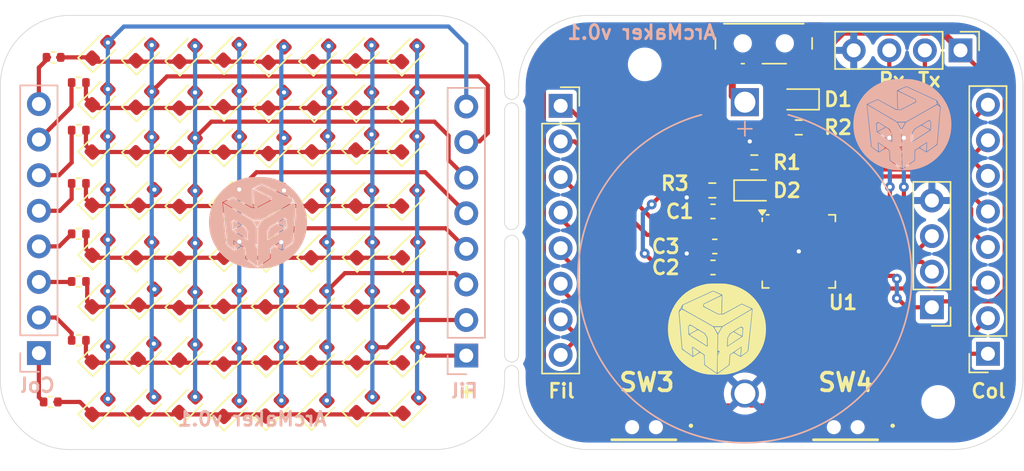
<source format=kicad_pcb>
(kicad_pcb (version 20241229) (generator "pcbnew") (generator_version "9.0")
  (layers (0 "F.Cu" signal) (2 "B.Cu" power) (13 "F.Paste" user) (15 "B.Paste" user) (5 "F.SilkS" user "F.Silkscreen") (7 "B.SilkS" user "B.Silkscreen") (1 "F.Mask" user) (3 "B.Mask" user) (25 "Edge.Cuts" user))
  (net 0 "")
  (net 1 "GND")
  (net 2 "Net-(BT1-+)")
  (net 3 "+3.3V")
  (net 4 "Net-(U1-NRST)")
  (net 5 "Net-(D1-K)")
  (net 6 "Net-(D2-A)")
  (net 7 "Net-(D2-K)")
  (net 8 "Net-(J1-Pin_4)")
  (net 9 "Net-(J1-Pin_2)")
  (net 10 "Net-(J1-Pin_5)")
  (net 11 "Net-(J1-Pin_1)")
  (net 12 "Net-(J1-Pin_3)")
  (net 13 "Net-(J1-Pin_8)")
  (net 14 "Net-(J1-Pin_6)")
  (net 15 "Net-(J1-Pin_7)")
  (net 16 "Net-(J2-Pin_5)")
  (net 17 "Net-(J2-Pin_3)")
  (net 18 "Net-(J2-Pin_6)")
  (net 19 "Net-(J2-Pin_7)")
  (net 20 "Net-(J2-Pin_4)")
  (net 21 "Net-(J2-Pin_1)")
  (net 22 "Net-(J2-Pin_8)")
  (net 23 "Net-(J2-Pin_2)")
  (net 24 "Net-(J3-Pin_3)")
  (net 25 "Net-(J3-Pin_2)")
  (net 26 "Net-(J4-Pin_3)")
  (net 27 "Net-(J4-Pin_2)")
  (net 28 "Net-(U1-BOOT0)")
  (net 34 "Net-(D10-A)")
  (net 35 "Net-(D11-K)")
  (net 36 "Net-(D12-K)")
  (net 37 "Net-(D13-K)")
  (net 38 "Net-(D14-K)")
  (net 39 "Net-(D15-K)")
  (net 40 "Net-(D16-K)")
  (net 41 "Net-(D17-K)")
  (net 42 "Net-(D10-K)")
  (net 43 "Net-(D11-A)")
  (net 44 "Net-(D19-A)")
  (net 45 "Net-(D27-A)")
  (net 46 "Net-(D35-A)")
  (net 47 "Net-(D36-A)")
  (net 48 "Net-(D37-A)")
  (net 49 "Net-(D38-A)")
  (net 50 "Net-(J6-Pin_6)")
  (net 51 "Net-(J6-Pin_7)")
  (net 52 "Net-(J6-Pin_2)")
  (net 53 "Net-(J6-Pin_8)")
  (net 54 "Net-(J6-Pin_4)")
  (net 55 "Net-(J6-Pin_3)")
  (net 56 "Net-(J6-Pin_5)")
  (net 57 "Net-(J6-Pin_1)")
  (net 58 "Net-(U1-PF0)")
  (net 59 "Net-(U1-PF1)")
  (footprint "LED_SMD:LED_0603_1608Metric" (layer "F.Cu") (at 129.794347 80.865 45)
    (property "Reference" "D20" (hide yes))
    (property "Value" "LED")
  )
  (footprint "Connector_PinHeader_2.54mm:PinHeader_1x04_P2.54mm_Vertical" (layer "F.Cu") (at 184.99 77.3 -90)
    (property "Reference" "J3")
    (property "Value" "SWD")
  )
  (footprint "LED_SMD:LED_0603_1608Metric" (layer "F.Cu") (at 145.756847 102.656847 45)
    (property "Reference" "D66" (hide yes))
    (property "Value" "LED")
  )
  (footprint "Connector_PinSocket_2.54mm:PinSocket_1x08_P2.54mm_Vertical" (layer "F.Cu") (at 186.95 98.96 180)
    (property "Reference" "J2")
    (property "Value" "COLUMNAS")
  )
  (footprint "LED_SMD:LED_0603_1608Metric" (layer "F.Cu") (at 139.256847 83.993153 45)
    (property "Reference" "D44" (hide yes))
    (property "Value" "LED")
  )
  (footprint "LED_SMD:LED_0603_1608Metric" (layer "F.Cu") (at 126.85 98.8 45)
    (property "Reference" "D17" (hide yes))
    (property "Value" "LED")
  )
  (footprint "LED_SMD:LED_0603_1608Metric" (layer "F.Cu") (at 142.45 91.55 45)
    (property "Reference" "D53" (hide yes))
    (property "Value" "LED")
  )
  (footprint "LED_SMD:LED_0603_1608Metric" (layer "F.Cu") (at 132.95 99.138694 45)
    (property "Reference" "D33" (hide yes))
    (property "Value" "LED")
  )
  (footprint "Resistor_SMD:R_0402_1005Metric" (layer "F.Cu") (at 122.05 93.8)
    (property "Reference" "R6" (hide yes))
    (property "Value" "220")
  )
  (footprint "LED_SMD:LED_0603_1608Metric" (layer "F.Cu") (at 142.393153 77.493153 45)
    (property "Reference" "D37" (hide yes))
    (property "Value" "LED")
  )
  (footprint "LED_SMD:LED_0603_1608Metric" (layer "F.Cu") (at 126.85 102.6 45)
    (property "Reference" "D18" (hide yes))
    (property "Value" "LED")
  )
  (footprint "LED_SMD:LED_0603_1608Metric" (layer "F.Cu") (at 136.143153 80.856847 45)
    (property "Reference" "D39" (hide yes))
    (property "Value" "LED")
  )
  (footprint "Resistor_SMD:R_0603_1608Metric" (layer "F.Cu") (at 173.45 82.8 180)
    (property "Reference" "R2")
    (property "Value" "220" (hide yes))
  )
  (footprint "LED_SMD:LED_0603_1608Metric" (layer "F.Cu") (at 142.393153 87.856847 45)
    (property "Reference" "D49" (hide yes))
    (property "Value" "LED")
  )
  (footprint "LED_SMD:LED_0603_1608Metric" (layer "F.Cu") (at 142.393153 83.856847 45)
    (property "Reference" "D45" (hide yes))
    (property "Value" "LED")
  )
  (footprint "LED_SMD:LED_0603_1608Metric" (layer "F.Cu") (at 139.2 99.05 45)
    (property "Reference" "D60" (hide yes))
    (property "Value" "LED")
  )
  (footprint "LED_SMD:LED_0603_1608Metric" (layer "F.Cu") (at 129.794347 102.591847 45)
    (property "Reference" "D26" (hide yes))
    (property "Value" "LED")
  )
  (footprint "LED_SMD:LED_0603_1608Metric" (layer "F.Cu") (at 129.794347 87.885 45)
    (property "Reference" "D22" (hide yes))
    (property "Value" "LED")
  )
  (footprint "LED_SMD:LED_0603_1608Metric" (layer "F.Cu") (at 129.794347 84.11 45)
    (property "Reference" "D21" (hide yes))
    (property "Value" "LED")
  )
  (footprint "LED_SMD:LED_0603_1608Metric" (layer "F.Cu") (at 126.7 84.05 45)
    (property "Reference" "D13" (hide yes))
    (property "Value" "LED")
  )
  (footprint "LED_SMD:LED_0603_1608Metric" (layer "F.Cu") (at 132.95 77.441847 45)
    (property "Reference" "D27" (hide yes))
    (property "Value" "LED")
  )
  (footprint "LED_SMD:LED_0603_1608Metric" (layer "F.Cu") (at 145.643153 77.549999 45)
    (property "Reference" "D38" (hide yes))
    (property "Value" "LED")
  )
  (footprint "LED_SMD:LED_0603_1608Metric" (layer "F.Cu") (at 123.569347 98.996847 45)
    (property "Reference" "D9" (hide yes))
    (property "Value" "LED")
  )
  (footprint "LED_SMD:LED_0603_1608Metric" (layer "F.Cu") (at 123.569347 87.8 45)
    (property "Reference" "D6" (hide yes))
    (property "Value" "LED")
  )
  (footprint "Resistor_SMD:R_0402_1005Metric" (layer "F.Cu") (at 122.05 86.8 180)
    (property "Reference" "R8" (hide yes))
    (property "Value" "220")
  )
  (footprint "LED_SMD:LED_0603_1608Metric" (layer "F.Cu") (at 123.569347 84 45)
    (property "Reference" "D5" (hide yes))
    (property "Value" "LED")
  )
  (footprint "Resistor_SMD:R_0603_1608Metric" (layer "F.Cu") (at 167.275 87.3)
    (property "Reference" "R3")
    (property "Value" "120" (hide yes))
  )
  (footprint "LED_SMD:LED_0603_1608Metric" (layer "F.Cu") (at 135.95 102.85 45)
    (property "Reference" "D63" (hide yes))
    (property "Value" "LED")
  )
  (footprint "LED_SMD:LED_0603_1608Metric" (layer "F.Cu") (at 142.393153 80.856847 45)
    (property "Reference" "D41" (hide yes))
    (property "Value" "LED")
  )
  (footprint "LED_SMD:LED_0603_1608Metric" (layer "F.Cu") (at 129.794347 95.115 45)
    (property "Reference" "D24" (hide yes))
    (property "Value" "LED")
  )
  (footprint "Resistor_SMD:R_0402_1005Metric" (layer "F.Cu") (at 120.25 77.8 180)
    (property "Reference" "R11" (hide yes))
    (property "Value" "220")
  )
  (footprint "LED_SMD:LED_0603_1608Metric" (layer "F.Cu") (at 136.143153 84.106847 45)
    (property "Reference" "D43" (hide yes))
    (property "Value" "LED")
  )
  (footprint "LED_SMD:LED_0603_1608Metric" (layer "F.Cu") (at 135.95 99.05 45)
    (property "Reference" "D59" (hide yes))
    (property "Value" "LED")
  )
  (footprint "LED_SMD:LED_0603_1608Metric" (layer "F.Cu") (at 135.95 91.55 45)
    (property "Reference" "D51" (hide yes))
    (property "Value" "LED")
  )
  (footprint "LED_SMD:LED_0603_1608Metric" (layer "F.Cu") (at 136.143153 77.606847 45)
    (property "Reference" "D35" (hide yes))
    (property "Value" "LED")
  )
  (footprint "LED_SMD:LED_0603_1608Metric" (layer "F.Cu") (at 132.95 80.766847 45)
    (property "Reference" "D28" (hide yes))
    (property "Value" "LED")
  )
  (footprint "Resistor_SMD:R_0402_1005Metric" (layer "F.Cu") (at 122.05 98)
    (property "Reference" "R5" (hide yes))
    (property "Value" "220")
  )
  (footprint "Capacitor_SMD:C_0603_1608Metric" (layer "F.Cu") (at 167.45 91.3 180)
    (property "Reference" "C3")
    (property "Value" "100n" (hide yes))
  )
  (footprint "LED_SMD:LED_0603_1608Metric" (layer "F.Cu") (at 142.45 95.05 45)
    (property "Reference" "D57" (hide yes))
    (property "Value" "LED")
  )
  (footprint "Resistor_SMD:R_0603_1608Metric" (layer "F.Cu") (at 170.275 85.3)
    (property "Reference" "R1")
    (property "Value" "10k" (hide yes))
  )
  (footprint "LED_SMD:LED_0603_1608Metric" (layer "F.Cu") (at 145.643153 80.856847 45)
    (property "Reference" "D42" (hide yes))
    (property "Value" "LED")
  )
  (footprint "LED_SMD:LED_0603_1608Metric" (layer "F.Cu") (at 142.45 99.05 45)
    (property "Reference" "D61" (hide yes))
    (property "Value" "LED")
  )
  (footprint "LED_SMD:LED_0603_1608Metric" (layer "F.Cu") (at 126.8925 87.8 45)
    (property "Reference" "D14" (hide yes))
    (property "Value" "LED")
  )
  (footprint "LED_SMD:LED_0603_1608Metric" (layer "F.Cu") (at 145.7 95.05 45)
    (property "Reference" "D58" (hide yes))
    (property "Value" "LED")
  )
  (footprint "SamacSys_Parts:TS24CA" (layer "F.Cu") (at 162.4 104.2 180)
    (property "Reference" "SW3")
    (property "Value" "BT1" (hide yes))
  )
  (footprint "LED_SMD:LED_0603_1608Metric" (layer "F.Cu") (at 145.7 91.55 45)
    (property "Reference" "D54" (hide yes))
    (property "Value" "LED")
  )
  (footprint "MountingHole:MountingHole_2mm" (layer "F.Cu") (at 162.45 78.3)
    (property "Reference" "H1")
    (property "Value" "MountingHole")
  )
  (footprint "LED_SMD:LED_0603_1608Metric" (layer "F.Cu") (at 126.7 91.55 45)
    (property "Reference" "D15" (hide yes))
    (property "Value" "LED")
  )
  (footprint "LED_SMD:LED_0603_1608Metric" (layer "F.Cu") (at 135.95 95.05 45)
    (property "Reference" "D55" (hide yes))
    (property "Value" "LED")
  )
  (footprint "Package_DFN_QFN:QFN-32-1EP_5x5mm_P0.5mm_EP3.45x3.45mm" (layer "F.Cu") (at 173.45 91.65)
    (property "Reference" "U1")
    (property "Value" "STM32F051K8Ux" (hide yes))
  )
  (footprint "LED_SMD:LED_0603_1608Metric" (layer "F.Cu") (at 123.569347 102.731847 45)
    (property "Reference" "D10" (hide yes))
    (property "Value" "LED")
  )
  (footprint "LED_SMD:LED_0603_1608Metric" (layer "F.Cu") (at 132.95 102.873694 45)
    (property "Reference" "D34" (hide yes))
    (property "Value" "LED")
  )
  (footprint "Connector_PinSocket_2.54mm:PinSocket_1x08_P2.54mm_Vertical" (layer "F.Cu") (at 156.45 81.26)
    (property "Reference" "J1")
    (property "Value" "FILAS")
  )
  (footprint "LED_SMD:LED_0603_1608Metric" (layer "F.Cu") (at 139.2 95.05 45)
    (property "Reference" "D56" (hide yes))
    (property "Value" "LED")
  )
  (footprint "LOGO" (layer "F.Cu") (at 167.6 97.2)
    (property "Reference" "G***")
    (property "Value" "LOGO" (hide yes))
  )
  (footprint "LED_SMD:LED_0603_1608Metric" (layer "F.Cu") (at 136.143153 87.856847 45)
    (property "Reference" "D47" (hide yes))
    (property "Value" "LED")
  )
  (footprint "Resistor_SMD:R_0402_1005Metric" (layer "F.Cu") (at 122.05 83 180)
    (property "Reference" "R9" (hide yes))
    (property "Value" "220")
  )
  (footprint "LED_SMD:LED_0603_1608Metric" (layer "F.Cu") (at 132.95 91.516847 45)
    (property "Reference" "D31" (hide yes))
    (property "Value" "LED")
  )
  (footprint "Resistor_SMD:R_0402_1005Metric" (layer "F.Cu") (at 122.05 90.4)
    (property "Reference" "R7" (hide yes))
    (property "Value" "220")
  )
  (footprint "MountingHole:MountingHole_2mm" (layer "F.Cu") (at 183.4 102.4)
    (property "Reference" "H2")
    (property "Value" "MountingHole")
  )
  (footprint "LED_SMD:LED_0603_1608Metric" (layer "F.Cu") (at 129.794347 91.615 45)
    (property "Reference" "D23" (hide yes))
    (property "Value" "LED")
  )
  (footprint "LED_SMD:LED_0603_1608Metric" (layer "F.Cu") (at 129.794347 77.54 45)
    (property "Reference" "D19" (hide yes))
    (property "Value" "LED")
  )
  (footprint "LED_SMD:LED_0603_1608Metric" (layer "F.Cu") (at 139.256847 87.856847 45)
    (property "Reference" "D48" (hide yes))
    (property "Value" "LED")
  )
  (footprint "Button_Switch_SMD:SW_SPDT_PCM12" (layer "F.Cu") (at 170.95 77.13 180)
    (property "Reference" "SW2" (hide yes))
    (property "Value" "P_ON")
  )
  (footprint "LED_SMD:LED_0603_1608Metric" (layer "F.Cu") (at 132.95 84.011847 45)
    (property "Reference" "D29" (hide yes))
    (property "Value" "LED")
  )
  (footprint "LED_SMD:LED_0603_1608Metric" (layer "F.Cu") (at 139.393153 80.856847 45)
    (property "Reference" "D40" (hide yes))
    (property "Value" "LED")
  )
  (footprint "LED_SMD:LED_0603_1608Metric" (layer "F.Cu") (at 123.569347 91.375 45)
    (property "Reference" "D7" (hide yes))
    (property "Value" "LED")
  )
  (footprint "LED_SMD:LED_0603_1608Metric" (layer "F.Cu") (at 139.2 91.55 45)
    (property "Reference" "D52" (hide yes))
    (property "Value" "LED")
  )
  (footprint "LED_SMD:LED_0603_1608Metric" (layer "F.Cu") (at 126.7 80.805 45)
    (property "Reference" "D12" (hide yes))
    (property "Value" "LED")
  )
  (footprint "LED_SMD:LED_0603_1608Metric" (layer "F.Cu") (at 123.569347 80.625 45)
    (property "Reference" "D4" (hide yes))
    (property "Value" "LED")
  )
  (footprint "LED_SMD:LED_0603_1608Metric" (layer "F.Cu") (at 123.569347 77.3 45)
    (property "Reference" "D3" (hide yes))
    (property "Value" "LED")
  )
  (footprint "Resistor_SMD:R_0402_1005Metric" (layer "F.Cu") (at 122.05 79.6 180)
    (property "Reference" "R10" (hide yes))
    (property "Value" "220")
  )
  (footprint "LED_SMD:LED_0603_1608Metric" (layer "F.Cu") (at 132.95 95.016847 45)
    (property "Reference" "D32" (hide yes))
    (property "Value" "LED")
  )
  (footprint "LED_SMD:LED_0603_1608Metric" (layer "F.Cu") (at 139.331305 77.55 45)
    (property "Reference" "D36" (hide yes))
    (property "Value" "LED")
  )
  (footprint "Capacitor_SMD:C_0603_1608Metric" (layer "F.Cu") (at 167.325 88.8 180)
    (property "Reference" "C1")
    (property "Value" "100n" (hide yes))
  )
  (footprint "Connector_PinHeader_2.54mm:PinHeader_1x04_P2.54mm_Vertical" (layer "F.Cu") (at 182.95 95.64 180)
    (property "Reference" "J4")
    (property "Value" "USART")
  )
  (footprint "LED_SMD:LED_0603_1608Metric" (layer "F.Cu") (at 170.3125 87.3)
    (property "Reference" "D2")
    (property "Value" "LED" (hide yes))
  )
  (footprint "LED_SMD:LED_0603_1608Metric" (layer "F.Cu") (at 145.7 99.05 45)
    (property "Reference" "D62" (hide yes))
    (property "Value" "LED")
  )
  (footprint "Resistor_SMD:R_0402_1005Metric" (layer "F.Cu") (at 120.05 102.4)
    (property "Reference" "R4" (hide yes))
    (property "Value" "220")
  )
  (footprint "LED_SMD:LED_0603_1608Metric" (layer "F.Cu") (at 142.45 102.6 45)
    (property "Reference" "D65" (hide yes))
    (property "Value" "LED")
  )
  (footprint "LED_SMD:LED_0603_1608Metric" (layer "F.Cu") (at 126.8925 94.91 45)
    (property "Reference" "D16" (hide yes))
    (property "Value" "LED")
  )
  (footprint "LED_SMD:LED_0603_1608Metric" (layer "F.Cu") (at 139.2 102.85 45)
    (property "Reference" "D64" (hide yes))
    (property "Value" "LED")
  )
  (footprint "Capacitor_SMD:C_0603_1608Metric" (layer "F.Cu") (at 167.325 92.8 180)
    (property "Reference" "C2")
    (property "Value" "100n" (hide yes))
  )
  (footprint "LED_SMD:LED_0603_1608Metric" (layer "F.Cu") (at 123.569347 95.05 45)
    (property "Reference" "D8" (hide yes))
    (property "Value" "LED")
  )
  (footprint "LED_SMD:LED_0603_1608Metric" (layer "F.Cu") (at 145.643153 84 45)
    (property "Reference" "D46" (hide yes))
    (property "Value" "LED")
  )
  (footprint "LED_SMD:LED_0603_1608Metric" (layer "F.Cu") (at 129.794347 98.856847 45)
    (property "Reference" "D25" (hide yes))
    (property "Value" "LED")
  )
  (footprint "LED_SMD:LED_0603_1608Metric" (layer "F.Cu") (at 173.4125 80.8 180)
    (property "Reference" "D1")
    (property "Value" "LED" (hide yes))
  )
  (footprint "LED_SMD:LED_0603_1608Metric" (layer "F.Cu") (at 126.7 77.48 45)
    (property "Reference" "D11" (hide yes))
    (property "Value" "LED")
  )
  (footprint "LED_SMD:LED_0603_1608Metric" (layer "F.Cu") (at 132.95 87.786847 45)
    (property "Reference" "D30" (hide yes))
    (property "Value" "LED")
  )
  (footprint "SamacSys_Parts:TS24CA" (layer "F.Cu") (at 176.8 104.2 180)
    (property "Reference" "SW4")
    (property "Value" "BT2" (hide yes))
  )
  (footprint "LED_SMD:LED_0603_1608Metric" (layer "F.Cu") (at 145.643153 87.856847 45)
    (property "Reference" "D50" (hide yes))
    (property "Value" "LED")
  )
  (footprint "Battery:BatteryHolder_MYOUNG_BS-07-A1BJ001_CR2032" (layer "B.Cu") (at 169.6 81 -90)
    (property "Reference" "BT1")
    (property "Value" "CR2032")
  )
  (footprint "Connector_PinHeader_2.54mm:PinHeader_1x08_P2.54mm_Vertical" (layer "B.Cu") (at 149.710653 99.09)
    (property "Reference" "J5")
    (property "Value" "FILAS")
  )
  (footprint "LOGO" (layer "B.Cu") (at 180.85 82.6 180)
    (property "Reference" "G***")
    (property "Value" "LOGO" (hide yes))
  )
  (footprint "Connector_PinHeader_2.54mm:PinHeader_1x08_P2.54mm_Vertical" (layer "B.Cu") (at 119.2 98.913153)
    (property "Reference" "J6")
    (property "Value" "COL")
  )
  (footprint "LOGO" (layer "B.Cu") (at 134.85 89.6 180)
    (property "Reference" "G***")
    (property "Value" "LOGO" (hide yes))
  )
  (gr_arc (start 153.45 80.3) (mid 152.95 80.8) (end 152.45 80.3) (stroke (width 0.05)) (layer "Edge.Cuts"))
  (gr_line (start 152.45 99.05) (end 152.45 91) (stroke (width 0.05)) (layer "Edge.Cuts"))
  (gr_line (start 147.45 105.8) (end 121.45 105.8) (stroke (width 0.05)) (layer "Edge.Cuts"))
  (gr_line (start 152.45 100.3) (end 152.45 100.799999) (stroke (width 0.05)) (layer "Edge.Cuts"))
  (gr_line (start 158.45 105.8) (end 184.45 105.8) (stroke (width 0.05)) (layer "Edge.Cuts"))
  (gr_line (start 158.45 74.8) (end 184.45 74.8) (stroke (width 0.05)) (layer "Edge.Cuts"))
  (gr_line (start 153.45 80.3) (end 153.45 79.8) (stroke (width 0.05)) (layer "Edge.Cuts"))
  (gr_arc (start 152.45 91) (mid 152.95 90.5) (end 153.45 91) (stroke (width 0.05)) (layer "Edge.Cuts"))
  (gr_arc (start 152.45 100.3) (mid 152.95 99.8) (end 153.45 100.3) (stroke (width 0.05)) (layer "Edge.Cuts"))
  (gr_arc (start 189.45 100.8) (mid 187.985534 104.335534) (end 184.45 105.8) (stroke (width 0.05)) (layer "Edge.Cuts"))
  (gr_arc (start 116.45 79.8) (mid 117.914466 76.264466) (end 121.45 74.8) (stroke (width 0.05)) (layer "Edge.Cuts"))
  (gr_line (start 152.45 89.6) (end 152.45 81.55) (stroke (width 0.05)) (layer "Edge.Cuts"))
  (gr_line (start 147.45 74.8) (end 121.45 74.8) (stroke (width 0.05)) (layer "Edge.Cuts"))
  (gr_arc (start 153.45 79.8) (mid 154.914466 76.264466) (end 158.45 74.8) (stroke (width 0.05)) (layer "Edge.Cuts"))
  (gr_line (start 189.45 79.8) (end 189.45 100.8) (stroke (width 0.05)) (layer "Edge.Cuts"))
  (gr_line (start 153.45 100.3) (end 153.45 100.8) (stroke (width 0.05)) (layer "Edge.Cuts"))
  (gr_arc (start 153.45 89.6) (mid 152.95 90.1) (end 152.45 89.6) (stroke (width 0.05)) (layer "Edge.Cuts"))
  (gr_arc (start 152.45 81.55) (mid 152.95 81.05) (end 153.45 81.55) (stroke (width 0.05)) (layer "Edge.Cuts"))
  (gr_arc (start 184.45 74.8) (mid 187.985534 76.264466) (end 189.45 79.8) (stroke (width 0.05)) (layer "Edge.Cuts"))
  (gr_arc (start 152.45 100.799999) (mid 150.985534 104.335533) (end 147.45 105.8) (stroke (width 0.05)) (layer "Edge.Cuts"))
  (gr_line (start 153.45 81.55) (end 153.45 89.6) (stroke (width 0.05)) (layer "Edge.Cuts"))
  (gr_arc (start 158.45 105.8) (mid 154.914466 104.335534) (end 153.45 100.8) (stroke (width 0.05)) (layer "Edge.Cuts"))
  (gr_arc (start 153.45 99.05) (mid 152.95 99.55) (end 152.45 99.05) (stroke (width 0.05)) (layer "Edge.Cuts"))
  (gr_line (start 116.449999 100.8) (end 116.45 79.8) (stroke (width 0.05)) (layer "Edge.Cuts"))
  (gr_line (start 153.45 91) (end 153.45 99.05) (stroke (width 0.05)) (layer "Edge.Cuts"))
  (gr_arc (start 121.45 105.8) (mid 117.914466 104.335534) (end 116.449999 100.8) (stroke (width 0.05)) (layer "Edge.Cuts"))
  (gr_arc (start 147.45 74.8) (mid 150.985534 76.264466) (end 152.45 79.8) (stroke (width 0.05)) (layer "Edge.Cuts"))
  (gr_line (start 152.45 80.3) (end 152.45 79.8) (stroke (width 0.05)) (layer "Edge.Cuts"))
  (gr_text "+" (at 149 102.2 0) (layer "F.SilkS") (effects (font (size 1 1) (thickness 0.2) (bold yes)) (justify left bottom)))
  (gr_text "Tx" (at 181.85 80 0) (layer "F.SilkS") (effects (font (size 1 1) (thickness 0.2) (bold yes)) (justify left bottom)))
  (gr_text "Fil" (at 155.45 102.2 0) (layer "F.SilkS") (effects (font (size 1 1) (thickness 0.2) (bold yes)) (justify left bottom)))
  (gr_text "Rx" (at 179.05 80 0) (layer "F.SilkS") (effects (font (size 1 1) (thickness 0.2) (bold yes)) (justify left bottom)))
  (gr_text "Col" (at 185.65 102.2 0) (layer "F.SilkS") (effects (font (size 1 1) (thickness 0.2) (bold yes)) (justify left bottom)))
  (gr_text "Col" (at 120.45 101.8 0) (layer "B.SilkS") (effects (font (size 1 1) (thickness 0.2) (bold yes)) (justify left bottom mirror)))
  (gr_text "ArcMaker v0.1" (at 167.65 76.6 0) (layer "B.SilkS") (effects (font (size 1 1) (thickness 0.2) (bold yes)) (justify left bottom mirror)))
  (gr_text "Fil" (at 150.65 102.2 0) (layer "B.SilkS") (effects (font (size 1 1) (thickness 0.2) (bold yes)) (justify left bottom mirror)))
  (gr_text "ArcMaker v0.1" (at 139.85 104.2 0) (layer "B.SilkS") (effects (font (size 1 1) (thickness 0.2) (bold yes)) (justify left bottom mirror)))
  (segment (start 166.55 92.175) (end 166.175 91.8) (width 0.3) (layer "F.Cu") (net 1))
  (segment (start 165.95 87.8) (end 166.45 87.3) (width 0.3) (layer "F.Cu") (net 1))
  (segment (start 169.45 102.1) (end 170 102.65) (width 0.3) (layer "F.Cu") (net 1))
  (segment (start 170.825 83.8) (end 171.825 82.8) (width 0.3) (layer "F.Cu") (net 1))
  (segment (start 166.175 91.8) (end 166.675 91.3) (width 0.3) (layer "F.Cu") (net 1))
  (segment (start 169.45 85.3) (end 169.45 84.3) (width 0.3) (layer "F.Cu") (net 1))
  (segment (start 165.45 87.8) (end 165.95 87.8) (width 0.3) (layer "F.Cu") (net 1))
  (segment (start 168.9 102.65) (end 169.45 102.1) (width 0.3) (layer "F.Cu") (net 1))
  (segment (start 169.95 83.8) (end 170.825 83.8) (width 0.3) (layer "F.Cu") (net 1))
  (segment (start 164.075 102.65) (end 168.9 102.65) (width 0.3) (layer "F.Cu") (net 1))
  (segment (start 169.45 84.3) (end 169.95 83.8) (width 0.3) (layer "F.Cu") (net 1))
  (segment (start 171.825 82.8) (end 172.625 82.8) (width 0.3) (layer "F.Cu") (net 1))
  (segment (start 165.45 91.8) (end 166.175 91.8) (width 0.3) (layer "F.Cu") (net 1))
  (segment (start 170 102.65) (end 175.125 102.65) (width 0.3) (layer "F.Cu") (net 1))
  (segment (start 166.55 92.8) (end 166.55 92.175) (width 0.3) (layer "F.Cu") (net 1))
  (segment (start 166.55 88.8) (end 166.55 88.4) (width 0.3) (layer "F.Cu") (net 1))
  (segment (start 166.55 88.4) (end 165.95 87.8) (width 0.3) (layer "F.Cu") (net 1))
  (via (at 165.45 87.8) (size 0.7) (drill 0.3) (layers "F.Cu" "B.Cu") (net 1))
  (via (at 169.95 83.8) (size 0.7) (drill 0.3) (layers "F.Cu" "B.Cu") (net 1))
  (via (at 173.45 91.65) (size 0.7) (drill 0.3) (layers "F.Cu" "B.Cu") (net 1))
  (via (at 165.45 91.8) (size 0.7) (drill 0.3) (layers "F.Cu" "B.Cu") (net 1))
  (segment (start 168.7 78.56) (end 168.7 80.55) (width 0.5) (layer "F.Cu") (net 2))
  (segment (start 168.7 80.55) (end 169.45 81.3) (width 0.5) (layer "F.Cu") (net 2))
  (segment (start 175.8875 93.4) (end 180.25 93.4) (width 0.3) (layer "F.Cu") (net 3))
  (segment (start 164.275 93.625) (end 162.45 91.8) (width 0.3) (layer "F.Cu") (net 3))
  (segment (start 180.25 93.4) (end 180.45 93.6) (width 0.3) (layer "F.Cu") (net 3))
  (segment (start 181.14 95.64) (end 181.61 95.64) (width 0.3) (layer "F.Cu") (net 3))
  (segment (start 175.45 80.282302) (end 174.967698 79.8) (width 0.3) (layer "F.Cu") (net 3))
  (segment (start 182.95 95.64) (end 183.37 95.22) (width 0.3) (layer "F.Cu") (net 3))
  (segment (start 172.45 79.8) (end 171.44 79.8) (width 0.5) (layer "F.Cu") (net 3))
  (segment (start 172.625 80.8) (end 172.625 79.975) (width 0.5) (layer "F.Cu") (net 3))
  (segment (start 183.37 95.22) (end 187.307057 95.22) (width 0.3) (layer "F.Cu") (net 3))
  (segment (start 164.95 86.3) (end 170.3125 86.3) (width 0.3) (layer "F.Cu") (net 3))
  (segment (start 188.15 94.377057) (end 188.15 80.46) (width 0.3) (layer "F.Cu") (net 3))
  (segment (start 169.05 92.8) (end 169.95 91.9) (width 0.3) (layer "F.Cu") (net 3))
  (segment (start 169.95 91.9) (end 171.0125 91.9) (width 0.3) (layer "F.Cu") (net 3))
  (segment (start 175.45 83.3) (end 175.45 80.282302) (width 0.3) (layer "F.Cu") (net 3))
  (segment (start 174.967698 79.8) (end 174.45 79.8) (width 0.3) (layer "F.Cu") (net 3))
  (segment (start 174.45 84.3) (end 175.45 83.3) (width 0.3) (layer "F.Cu") (net 3))
  (segment (start 162.95 88.3) (end 164.95 86.3) (width 0.3) (layer "F.Cu") (net 3))
  (segment (start 170.3125 84.829142) (end 170.841642 84.3) (width 0.3) (layer "F.Cu") (net 3))
  (segment (start 184.99 77.3) (end 183.69 76) (width 0.5) (layer "F.Cu") (net 3))
  (segment (start 170.3125 86.3) (end 170.3125 84.829142) (width 0.3) (layer "F.Cu") (net 3))
  (segment (start 180.45 94.95) (end 181.14 95.64) (width 0.3) (layer "F.Cu") (net 3))
  (segment (start 169.45 88.8) (end 170.55 89.9) (width 0.3) (layer "F.Cu") (net 3))
  (segment (start 170.55 89.9) (end 171.0125 89.9) (width 0.3) (layer "F.Cu") (net 3))
  (segment (start 168.1 92.8) (end 167.275 93.625) (width 0.3) (layer "F.Cu") (net 3))
  (segment (start 171.44 79.8) (end 170.2 78.56) (width 0.5) (layer "F.Cu") (net 3))
  (segment (start 188.15 80.46) (end 184.99 77.3) (width 0.3) (layer "F.Cu") (net 3))
  (segment (start 175.55 77.06) (end 175.55 78.7) (width 0.5) (layer "F.Cu") (net 3))
  (segment (start 181.61 95.64) (end 182.95 95.64) (width 0.3) (layer "F.Cu") (net 3))
  (segment (start 170.2 78.56) (end 170.2 79.05) (width 0.5) (layer "F.Cu") (net 3))
  (segment (start 172.625 81.125) (end 172.625 80.8) (width 0.5) (layer "F.Cu") (net 3))
  (segment (start 172.625 79.975) (end 172.45 79.8) (width 0.5) (layer "F.Cu") (net 3))
  (segment (start 176.61 76) (end 175.55 77.06) (width 0.5) (layer "F.Cu") (net 3))
  (segment (start 174.45 79.8) (end 171.95 79.8) (width 0.5) (layer "F.Cu") (net 3))
  (segment (start 183.69 76) (end 176.61 76) (width 0.5) (layer "F.Cu") (net 3))
  (segment (start 167.275 93.625) (end 164.275 93.625) (width 0.3) (layer "F.Cu") (net 3))
  (segment (start 170.3125 87.9375) (end 170.3125 86.3) (width 0.3) (layer "F.Cu") (net 3))
  (segment (start 175.55 78.7) (end 174.45 79.8) (width 0.5) (layer "F.Cu") (net 3))
  (segment (start 170.841642 84.3) (end 174.45 84.3) (width 0.3) (layer "F.Cu") (net 3))
  (segment (start 169.45 88.8) (end 170.3125 87.9375) (width 0.3) (layer "F.Cu") (net 3))
  (segment (start 168.1 88.8) (end 169.45 88.8) (width 0.3) (layer "F.Cu") (net 3))
  (segment (start 187.307057 95.22) (end 188.15 94.377057) (width 0.3) (layer "F.Cu") (net 3))
  (segment (start 168.1 92.8) (end 169.05 92.8) (width 0.3) (layer "F.Cu") (net 3))
  (via (at 180.45 95) (size 0.7) (drill 0.3) (layers "F.Cu" "B.Cu") (net 3))
  (via (at 180.45 93.6) (size 0.7) (drill 0.3) (layers "F.Cu" "B.Cu") (net 3))
  (via (at 162.45 91.8) (size 0.7) (drill 0.3) (layers "F.Cu" "B.Cu") (net 3))
  (via (at 162.95 88.3) (size 0.7) (drill 0.3) (layers "F.Cu" "B.Cu") (net 3))
  (segment (start 180.45 93.6) (end 180.45 95) (width 0.3) (layer "B.Cu") (net 3))
  (segment (start 162.316835 88.933165) (end 162.95 88.3) (width 0.3) (layer "B.Cu") (net 3))
  (segment (start 162.316835 88.933165) (end 162.316835 91.666835) (width 0.3) (layer "B.Cu") (net 3))
  (segment (start 162.316835 91.666835) (end 162.45 91.8) (width 0.3) (layer "B.Cu") (net 3))
  (segment (start 168.225 91.3) (end 168.325 91.4) (width 0.3) (layer "F.Cu") (net 4))
  (segment (start 168.325 91.4) (end 171.0125 91.4) (width 0.3) (layer "F.Cu") (net 4))
  (segment (start 174.275 82.8) (end 174.275 80.875) (width 0.3) (layer "F.Cu") (net 5))
  (segment (start 174.275 80.875) (end 174.2 80.8) (width 0.3) (layer "F.Cu") (net 5))
  (segment (start 171.1 88.6125) (end 171.7 89.2125) (width 0.3) (layer "F.Cu") (net 6))
  (segment (start 171.1 87.3) (end 171.1 88.6125) (width 0.3) (layer "F.Cu") (net 6))
  (segment (start 169.525 87.3) (end 168.1 87.3) (width 0.3) (layer "F.Cu") (net 7))
  (segment (start 162.95 95.8) (end 169.9875 95.8) (width 0.3) (layer "F.Cu") (net 8))
  (segment (start 156.45 88.88) (end 156.45 89.3) (width 0.3) (layer "F.Cu") (net 8))
  (segment (start 169.9875 95.8) (end 171.7 94.0875) (width 0.3) (layer "F.Cu") (net 8))
  (segment (start 156.45 89.3) (end 162.95 95.8) (width 0.3) (layer "F.Cu") (net 8))
  (segment (start 170.364214 92.9) (end 168.464214 94.8) (width 0.3) (layer "F.Cu") (net 9))
  (segment (start 159.45 90.8) (end 159.45 85.8) (width 0.3) (layer "F.Cu") (net 9))
  (segment (start 157.45 83.8) (end 156.45 83.8) (width 0.3) (layer "F.Cu") (net 9))
  (segment (start 168.464214 94.8) (end 163.45 94.8) (width 0.3) (layer "F.Cu") (net 9))
  (segment (start 159.45 85.8) (end 157.45 83.8) (width 0.3) (layer "F.Cu") (net 9))
  (segment (start 163.45 94.8) (end 159.45 90.8) (width 0.3) (layer "F.Cu") (net 9))
  (segment (start 171.0125 92.9) (end 170.364214 92.9) (width 0.3) (layer "F.Cu") (net 9))
  (segment (start 156.45 91.42) (end 156.45 91.8) (width 0.3) (layer "F.Cu") (net 10))
  (segment (start 170.510096 96.3) (end 172.2 94.610096) (width 0.3) (layer "F.Cu") (net 10))
  (segment (start 172.2 94.610096) (end 172.2 94.0875) (width 0.3) (layer "F.Cu") (net 10))
  (segment (start 160.95 96.3) (end 170.510096 96.3) (width 0.3) (layer "F.Cu") (net 10))
  (segment (start 156.45 91.8) (end 160.95 96.3) (width 0.3) (layer "F.Cu") (net 10))
  (segment (start 171.0125 92.4) (end 170.157106 92.4) (width 0.3) (layer "F.Cu") (net 11))
  (segment (start 170.157106 92.4) (end 168.257106 94.3) (width 0.3) (layer "F.Cu") (net 11))
  (segment (start 160.45 91.092894) (end 160.45 84.8) (width 0.3) (layer "F.Cu") (net 11))
  (segment (start 160.45 84.8) (end 156.91 81.26) (width 0.3) (layer "F.Cu") (net 11))
  (segment (start 163.657106 94.3) (end 160.45 91.092894) (width 0.3) (layer "F.Cu") (net 11))
  (segment (start 156.91 81.26) (end 156.45 81.26) (width 0.3) (layer "F.Cu") (net 11))
  (segment (start 168.257106 94.3) (end 163.657106 94.3) (width 0.3) (layer "F.Cu") (net 11))
  (segment (start 171.0125 93.4) (end 169.1125 95.3) (width 0.3) (layer "F.Cu") (net 12))
  (segment (start 158.45 88.3) (end 156.49 86.34) (width 0.3) (layer "F.Cu") (net 12))
  (segment (start 169.1125 95.3) (end 163.157106 95.3) (width 0.3) (layer "F.Cu") (net 12))
  (segment (start 156.49 86.34) (end 156.45 86.34) (width 0.3) (layer "F.Cu") (net 12))
  (segment (start 158.45 90.592894) (end 158.45 88.3) (width 0.3) (layer "F.Cu") (net 12))
  (segment (start 163.157106 95.3) (end 158.45 90.592894) (width 0.3) (layer "F.Cu") (net 12))
  (segment (start 173.7 95.257106) (end 173.7 94.0875) (width 0.3) (layer "F.Cu") (net 13))
  (segment (start 157.3 98.19) (end 170.767106 98.19) (width 0.3) (layer "F.Cu") (net 13))
  (segment (start 156.45 99.04) (end 157.3 98.19) (width 0.3) (layer "F.Cu") (net 13))
  (segment (start 170.767106 98.19) (end 173.7 95.257106) (width 0.3) (layer "F.Cu") (net 13))
  (segment (start 170.717203 96.8) (end 172.7 94.817203) (width 0.3) (layer "F.Cu") (net 14))
  (segment (start 156.45 93.96) (end 156.45 94.3) (width 0.3) (layer "F.Cu") (net 14))
  (segment (start 156.45 94.3) (end 158.95 96.8) (width 0.3) (layer "F.Cu") (net 14))
  (segment (start 158.95 96.8) (end 170.717203 96.8) (width 0.3) (layer "F.Cu") (net 14))
  (segment (start 172.7 94.817203) (end 172.7 94.0875) (width 0.3) (layer "F.Cu") (net 14))
  (segment (start 173.2 95.05) (end 173.2 94.0875) (width 0.3) (layer "F.Cu") (net 15))
  (segment (start 156.45 96.5) (end 157.3 97.35) (width 0.3) (layer "F.Cu") (net 15))
  (segment (start 170.9 97.35) (end 173.2 95.05) (width 0.3) (layer "F.Cu") (net 15))
  (segment (start 157.3 97.35) (end 170.9 97.35) (width 0.3) (layer "F.Cu") (net 15))
  (segment (start 175.95 85.8) (end 174.2 87.55) (width 0.3) (layer "F.Cu") (net 16))
  (segment (start 174.2 87.55) (end 174.2 89.2125) (width 0.3) (layer "F.Cu") (net 16))
  (segment (start 183.95 85.8) (end 175.95 85.8) (width 0.3) (layer "F.Cu") (net 16))
  (segment (start 186.95 88.8) (end 183.95 85.8) (width 0.3) (layer "F.Cu") (net 16))
  (segment (start 186.53 94.3) (end 175.4125 94.3) (width 0.3) (layer "F.Cu") (net 17))
  (segment (start 186.95 93.88) (end 186.53 94.3) (width 0.3) (layer "F.Cu") (net 17))
  (segment (start 175.4125 94.3) (end 175.2 94.0875) (width 0.3) (layer "F.Cu") (net 17))
  (segment (start 186.95 86.26) (end 185.99 85.3) (width 0.3) (layer "F.Cu") (net 18))
  (segment (start 173.7 87.342894) (end 173.7 89.2125) (width 0.3) (layer "F.Cu") (net 18))
  (segment (start 175.742894 85.3) (end 173.7 87.342894) (width 0.3) (layer "F.Cu") (net 18))
  (segment (start 185.99 85.3) (end 175.742894 85.3) (width 0.3) (layer "F.Cu") (net 18))
  (segment (start 175.535788 84.8) (end 185.87 84.8) (width 0.3) (layer "F.Cu") (net 19))
  (segment (start 185.87 84.8) (end 186.95 83.72) (width 0.3) (layer "F.Cu") (net 19))
  (segment (start 173.2 87.135788) (end 175.535788 84.8) (width 0.3) (layer "F.Cu") (net 19))
  (segment (start 173.2 89.2125) (end 173.2 87.135788) (width 0.3) (layer "F.Cu") (net 19))
  (segment (start 183.45 86.3) (end 176.157106 86.3) (width 0.3) (layer "F.Cu") (net 20))
  (segment (start 176.157106 86.3) (end 174.7 87.757106) (width 0.3) (layer "F.Cu") (net 20))
  (segment (start 186.95 91.34) (end 185.75 90.14) (width 0.3) (layer "F.Cu") (net 20))
  (segment (start 185.75 88.6) (end 183.45 86.3) (width 0.3) (layer "F.Cu") (net 20))
  (segment (start 185.75 90.14) (end 185.75 88.6) (width 0.3) (layer "F.Cu") (net 20))
  (segment (start 174.7 87.757106) (end 174.7 89.2125) (width 0.3) (layer "F.Cu") (net 20))
  (segment (start 186.95 98.96) (end 178.26 98.96) (width 0.3) (layer "F.Cu") (net 21))
  (segment (start 178.26 98.96) (end 174.2 94.9) (width 0.3) (layer "F.Cu") (net 21))
  (segment (start 174.2 94.9) (end 174.2 94.0875) (width 0.3) (layer "F.Cu") (net 21))
  (segment (start 175.328681 84.3) (end 183.83 84.3) (width 0.3) (layer "F.Cu") (net 22))
  (segment (start 172.7 86.928681) (end 175.328681 84.3) (width 0.3) (layer "F.Cu") (net 22))
  (segment (start 183.83 84.3) (end 186.95 81.18) (width 0.3) (layer "F.Cu") (net 22))
  (segment (start 172.7 89.2125) (end 172.7 86.928681) (width 0.3) (layer "F.Cu") (net 22))
  (segment (start 174.7 94.610096) (end 174.7 94.0875) (width 0.3) (layer "F.Cu") (net 23))
  (segment (start 186.95 96.42) (end 186.1 97.27) (width 0.3) (layer "F.Cu") (net 23))
  (segment (start 177.359904 97.27) (end 174.7 94.610096) (width 0.3) (layer "F.Cu") (net 23))
  (segment (start 186.1 97.27) (end 177.359904 97.27) (width 0.3) (layer "F.Cu") (net 23))
  (segment (start 179.95 87.05) (end 179.95 88.8) (width 0.3) (layer "F.Cu") (net 24))
  (segment (start 178.85 89.9) (end 175.8875 89.9) (width 0.3) (layer "F.Cu") (net 24))
  (segment (start 179.95 83.65) (end 179.91 83.61) (width 0.3) (layer "F.Cu") (net 24))
  (segment (start 179.95 86.95) (end 179.95 87.05) (width 0.3) (layer "F.Cu") (net 24))
  (segment (start 179.91 83.55) (end 179.91 77.3) (width 0.3) (layer "F.Cu") (net 24))
  (segment (start 179.95 88.8) (end 178.85 89.9) (width 0.3) (layer "F.Cu") (net 24))
  (segment (start 179.91 83.61) (end 179.91 83.55) (width 0.3) (layer "F.Cu") (net 24))
  (via (at 179.95 87.05) (size 0.7) (drill 0.3) (layers "F.Cu" "B.Cu") (net 24))
  (via (at 179.91 83.55) (size 0.7) (drill 0.3) (layers "F.Cu" "B.Cu") (net 24))
  (segment (start 179.95 86.95) (end 179.95 83.65) (width 0.3) (layer "B.Cu") (net 24))
  (segment (start 180.95 80.3) (end 182.45 78.8) (width 0.3) (layer "F.Cu") (net 25))
  (segment (start 175.8875 90.4) (end 179.35 90.4) (width 0.3) (layer "F.Cu") (net 25))
  (segment (start 180.95 88.8) (end 180.95 87.05) (width 0.3) (layer "F.Cu") (net 25))
  (segment (start 179.45 90.3) (end 180.95 88.8) (width 0.3) (layer "F.Cu") (net 25))
  (segment (start 180.95 83.55) (end 180.95 80.3) (width 0.3) (layer "F.Cu") (net 25))
  (segment (start 179.35 90.4) (end 179.45 90.3) (width 0.3) (layer "F.Cu") (net 25))
  (segment (start 180.95 87.05) (end 180.95 86.95) (width 0.3) (layer "F.Cu") (net 25))
  (segment (start 180.95 83.65) (end 180.95 83.55) (width 0.3) (layer "F.Cu") (net 25))
  (segment (start 182.45 78.8) (end 182.45 77.3) (width 0.3) (layer "F.Cu") (net 25))
  (via (at 180.95 87.05) (size 0.7) (drill 0.3) (layers "F.Cu" "B.Cu") (net 25))
  (via (at 180.95 83.55) (size 0.7) (drill 0.3) (layers "F.Cu" "B.Cu") (net 25))
  (segment (start 180.95 86.95) (end 180.95 83.65) (width 0.3) (layer "B.Cu") (net 25))
  (segment (start 182.95 90.56) (end 181.61 91.9) (width 0.3) (layer "F.Cu") (net 26))
  (segment (start 181.61 91.9) (end 175.8875 91.9) (width 0.3) (layer "F.Cu") (net 26))
  (segment (start 182.95 93.1) (end 182.25 92.4) (width 0.3) (layer "F.Cu") (net 27))
  (segment (start 182.25 92.4) (end 175.8875 92.4) (width 0.3) (layer "F.Cu") (net 27))
  (segment (start 172.2 86.4) (end 172.2 89.2125) (width 0.3) (layer "F.Cu") (net 28))
  (segment (start 171.1 85.3) (end 172.2 86.4) (width 0.3) (layer "F.Cu") (net 28))
  (via (at 124.126194 87.243153) (size 0.7) (drill 0.3) (layers "F.Cu" "B.Cu") (net 34))
  (via (at 124.126194 94.493153) (size 0.7) (drill 0.3) (layers "F.Cu" "B.Cu") (net 34))
  (via (at 124.126194 80.068153) (size 0.7) (drill 0.3) (layers "F.Cu" "B.Cu") (net 34))
  (via (at 124.126194 83.443153) (size 0.7) (drill 0.3) (layers "F.Cu" "B.Cu") (net 34))
  (via (at 124.126194 76.743153) (size 0.7) (drill 0.3) (layers "F.Cu" "B.Cu") (net 34))
  (via (at 124.126194 90.818153) (size 0.7) (drill 0.3) (layers "F.Cu" "B.Cu") (net 34))
  (via (at 124.126194 98.44) (size 0.7) (drill 0.3) (layers "F.Cu" "B.Cu") (net 34))
  (via (at 124.126194 102.175) (size 0.7) (drill 0.3) (layers "F.Cu" "B.Cu") (net 34))
  (segment (start 148.45 75.6) (end 125.269347 75.6) (width 0.3) (layer "B.Cu") (net 34))
  (segment (start 149.710653 81.31) (end 149.710653 76.860653) (width 0.3) (layer "B.Cu") (net 34))
  (segment (start 124.126194 76.543153) (end 124.126194 102.175) (width 0.3) (layer "B.Cu") (net 34))
  (segment (start 125.269347 75.6) (end 124.126194 76.743153) (width 0.3) (layer "B.Cu") (net 34))
  (segment (start 149.710653 76.860653) (end 148.45 75.6) (width 0.3) (layer "B.Cu") (net 34))
  (segment (start 125.963153 77.856847) (end 126.143153 78.036847) (width 0.3) (layer "F.Cu") (net 35))
  (segment (start 120.57 77.8) (end 122.955653 77.8) (width 0.3) (layer "F.Cu") (net 35))
  (segment (start 145.086306 78.106846) (end 123.262499 78.106846) (width 0.3) (layer "F.Cu") (net 35))
  (segment (start 122.955653 77.8) (end 123.0125 77.856847) (width 0.3) (layer "F.Cu") (net 35))
  (segment (start 123.262499 78.106846) (end 123.0125 77.856847) (width 0.3) (layer "F.Cu") (net 35))
  (segment (start 129.2375 78.096847) (end 129.746847 78.096847) (width 0.3) (layer "F.Cu") (net 35))
  (segment (start 123.244347 81.413694) (end 123.0125 81.181847) (width 0.3) (layer "F.Cu") (net 36))
  (segment (start 145.086306 81.413694) (end 123.244347 81.413694) (width 0.3) (layer "F.Cu") (net 36))
  (segment (start 122.56 80.729347) (end 123.0125 81.181847) (width 0.3) (layer "F.Cu") (net 36))
  (segment (start 122.56 79.6) (end 122.56 80.729347) (width 0.3) (layer "F.Cu") (net 36))
  (segment (start 122.56 84.104347) (end 123.0125 84.556847) (width 0.3) (layer "F.Cu") (net 37))
  (segment (start 123.0125 84.556847) (end 145.086306 84.556847) (width 0.3) (layer "F.Cu") (net 37))
  (segment (start 122.56 83) (end 122.56 84.104347) (width 0.3) (layer "F.Cu") (net 37))
  (segment (start 122.56 86.8) (end 122.56 87.904347) (width 0.3) (layer "F.Cu") (net 38))
  (segment (start 122.56 87.904347) (end 123.0125 88.356847) (width 0.3) (layer "F.Cu") (net 38))
  (segment (start 123.069347 88.413694) (end 123.0125 88.356847) (width 0.3) (layer "F.Cu") (net 38))
  (segment (start 145.086306 88.413694) (end 123.069347 88.413694) (width 0.3) (layer "F.Cu") (net 38))
  (segment (start 122.56 91.479347) (end 123.0125 91.931847) (width 0.3) (layer "F.Cu") (net 39))
  (segment (start 122.56 90.4) (end 122.56 91.479347) (width 0.3) (layer "F.Cu") (net 39))
  (segment (start 123.1875 92.106847) (end 145.143153 92.106847) (width 0.3) (layer "F.Cu") (net 39))
  (segment (start 123.0125 91.931847) (end 123.1875 92.106847) (width 0.3) (layer "F.Cu") (net 39))
  (segment (start 122.65 93.89) (end 122.65 95.244347) (width 0.3) (layer "F.Cu") (net 40))
  (segment (start 123.0125 95.606847) (end 145.143153 95.606847) (width 0.3) (layer "F.Cu") (net 40))
  (segment (start 122.65 95.244347) (end 123.0125 95.606847) (width 0.3) (layer "F.Cu") (net 40))
  (segment (start 122.56 93.8) (end 122.65 93.89) (width 0.3) (layer "F.Cu") (net 40))
  (segment (start 145.136306 99.6) (end 122.863694 99.6) (width 0.3) (layer "F.Cu") (net 41))
  (segment (start 122.863694 99.6) (end 122.856847 99.606847) (width 0.3) (layer "F.Cu") (net 41))
  (segment (start 122.56 98) (end 122.56 99.101194) (width 0.3) (layer "F.Cu") (net 41))
  (segment (start 145.143153 99.606847) (end 145.136306 99.6) (width 0.3) (layer "F.Cu") (net 41))
  (segment (start 122.56 99.101194) (end 123.0125 99.553694) (width 0.3) (layer "F.Cu") (net 41))
  (segment (start 120.37 102.4) (end 122.123806 102.4) (width 0.3) (layer "F.Cu") (net 42))
  (segment (start 122.123806 102.4) (end 123.0125 103.288694) (width 0.3) (layer "F.Cu") (net 42))
  (segment (start 145.125 103.288694) (end 145.2 103.213694) (width 0.3) (layer "F.Cu") (net 42))
  (segment (start 123.0125 103.288694) (end 145.125 103.288694) (width 0.3) (layer "F.Cu") (net 42))
  (segment (start 149.760653 83.8) (end 150.65 83.8) (width 0.3) (layer "F.Cu") (net 43))
  (segment (start 151.25 79.8) (end 150.609242 79.159242) (width 0.3) (layer "F.Cu") (net 43))
  (segment (start 150.609242 79.159242) (end 128.345758 79.159242) (width 0.3) (layer "F.Cu") (net 43))
  (segment (start 128.345758 79.159242) (end 127.256847 80.248153) (width 0.3) (layer "F.Cu") (net 43))
  (segment (start 150.65 83.8) (end 151.25 83.2) (width 0.3) (layer "F.Cu") (net 43))
  (segment (start 149.710653 83.85) (end 149.760653 83.8) (width 0.3) (layer "F.Cu") (net 43))
  (segment (start 151.25 83.2) (end 151.25 79.8) (width 0.3) (layer "F.Cu") (net 43))
  (via (at 127.256847 76.923153) (size 0.7) (drill 0.3) (layers "F.Cu" "B.Cu") (net 43))
  (via (at 127.406847 102.043153) (size 0.7) (drill 0.3) (layers "F.Cu" "B.Cu") (net 43))
  (via (at 127.406847 98.243153) (size 0.7) (drill 0.3) (layers "F.Cu" "B.Cu") (net 43))
  (via (at 127.256847 80.248153) (size 0.7) (drill 0.3) (layers "F.Cu" "B.Cu") (net 43))
  (via (at 127.449347 94.353153) (size 0.7) (drill 0.3) (layers "F.Cu" "B.Cu") (net 43))
  (via (at 127.256847 90.993153) (size 0.7) (drill 0.3) (layers "F.Cu" "B.Cu") (net 43))
  (via (at 127.256847 83.493153) (size 0.7) (drill 0.3) (layers "F.Cu" "B.Cu") (net 43))
  (via (at 127.449347 87.243153) (size 0.7) (drill 0.3) (layers "F.Cu" "B.Cu") (net 43))
  (segment (start 127.256847 76.723153) (end 127.256847 101.893153) (width 0.3) (layer "B.Cu") (net 43))
  (segment (start 127.256847 101.893153) (end 127.406847 102.043153) (width 0.3) (layer "B.Cu") (net 43))
  (segment (start 148.45 83.4) (end 147.441089 82.391089) (width 0.3) (layer "F.Cu") (net 44))
  (segment (start 131.513258 82.391089) (end 130.351194 83.553153) (width 0.3) (layer "F.Cu") (net 44))
  (segment (start 149.710653 86.39) (end 148.45 85.129347) (width 0.3) (layer "F.Cu") (net 44))
  (segment (start 148.45 85.129347) (end 148.45 83.4) (width 0.3) (layer "F.Cu") (net 44))
  (segment (start 147.441089 82.391089) (end 131.513258 82.391089) (width 0.3) (layer "F.Cu") (net 44))
  (via (at 130.351194 98.3) (size 0.7) (drill 0.3) (layers "F.Cu" "B.Cu") (net 44))
  (via (at 130.351194 94.558153) (size 0.7) (drill 0.3) (layers "F.Cu" "B.Cu") (net 44))
  (via (at 130.351194 102.035) (size 0.7) (drill 0.3) (layers "F.Cu" "B.Cu") (net 44))
  (via (at 130.351194 87.328153) (size 0.7) (drill 0.3) (layers "F.Cu" "B.Cu") (net 44))
  (via (at 130.351194 91.058153) (size 0.7) (drill 0.3) (layers "F.Cu" "B.Cu") (net 44))
  (via (at 130.351194 83.553153) (size 0.7) (drill 0.3) (layers "F.Cu" "B.Cu") (net 44))
  (via (at 130.351194 76.983153) (size 0.7) (drill 0.3) (layers "F.Cu" "B.Cu") (net 44))
  (via (at 130.351194 80.308153) (size 0.7) (drill 0.3) (layers "F.Cu" "B.Cu") (net 44))
  (segment (start 130.351194 102.035) (end 130.351194 76.783153) (width 0.3) (layer "B.Cu") (net 44))
  (segment (start 149.710653 88.93) (end 146.780653 86) (width 0.3) (layer "F.Cu") (net 45))
  (segment (start 134.736847 86) (end 133.506847 87.23) (width 0.3) (layer "F.Cu") (net 45))
  (segment (start 146.780653 86) (end 134.736847 86) (width 0.3) (layer "F.Cu") (net 45))
  (via (at 133.506847 76.885) (size 0.7) (drill 0.3) (layers "F.Cu" "B.Cu") (net 45))
  (via (at 133.506847 90.96) (size 0.7) (drill 0.3) (layers "F.Cu" "B.Cu") (net 45))
  (via (at 133.506847 98.581847) (size 0.7) (drill 0.3) (layers "F.Cu" "B.Cu") (net 45))
  (via (at 133.506847 83.455) (size 0.7) (drill 0.3) (layers "F.Cu" "B.Cu") (net 45))
  (via (at 133.506847 80.21) (size 0.7) (drill 0.3) (layers "F.Cu" "B.Cu") (net 45))
  (via (at 133.506847 102.316847) (size 0.7) (drill 0.3) (layers "F.Cu" "B.Cu") (net 45))
  (via (at 133.506847 87.23) (size 0.7) (drill 0.3) (layers "F.Cu" "B.Cu") (net 45))
  (via (at 133.506847 94.46) (size 0.7) (drill 0.3) (layers "F.Cu" "B.Cu") (net 45))
  (segment (start 133.506847 76.685) (end 133.506847 102.316847) (width 0.3) (layer "B.Cu") (net 45))
  (segment (start 148.240653 90) (end 137.45 90) (width 0.3) (layer "F.Cu") (net 46))
  (segment (start 149.710653 91.47) (end 148.240653 90) (width 0.3) (layer "F.Cu") (net 46))
  (segment (start 137.45 90.05) (end 136.506847 90.993153) (width 0.3) (layer "F.Cu") (net 46))
  (segment (start 137.45 90) (end 137.45 90.05) (width 0.3) (layer "F.Cu") (net 46))
  (via (at 136.506847 102.293153) (size 0.7) (drill 0.3) (layers "F.Cu" "B.Cu") (net 46))
  (via (at 136.506847 94.493153) (size 0.7) (drill 0.3) (layers "F.Cu" "B.Cu") (net 46))
  (via (at 136.506847 98.493153) (size 0.7) (drill 0.3) (layers "F.Cu" "B.Cu") (net 46))
  (via (at 136.7 80.3) (size 0.7) (drill 0.3) (layers "F.Cu" "B.Cu") (net 46))
  (via (at 136.7 77.05) (size 0.7) (drill 0.3) (layers "F.Cu" "B.Cu") (net 46))
  (via (at 136.7 87.3) (size 0.7) (drill 0.3) (layers "F.Cu" "B.Cu") (net 46))
  (via (at 136.506847 90.993153) (size 0.7) (drill 0.3) (layers "F.Cu" "B.Cu") (net 46))
  (via (at 136.7 83.55) (size 0.7) (drill 0.3) (layers "F.Cu" "B.Cu") (net 46))
  (segment (start 136.506847 77.243153) (end 136.7 77.05) (width 0.3) (layer "B.Cu") (net 46))
  (segment (start 136.506847 102.293153) (end 136.506847 77.043153) (width 0.3) (layer "B.Cu") (net 46))
  (segment (start 141.05 93.2) (end 148.900653 93.2) (width 0.3) (layer "F.Cu") (net 47))
  (segment (start 148.900653 93.2) (end 149.710653 94.01) (width 0.3) (layer "F.Cu") (net 47))
  (segment (start 139.756847 94.493153) (end 141.05 93.2) (width 0.3) (layer "F.Cu") (net 47))
  (via (at 139.888152 76.993153) (size 0.7) (drill 0.3) (layers "F.Cu" "B.Cu") (net 47))
  (via (at 139.95 80.3) (size 0.7) (drill 0.3) (layers "F.Cu" "B.Cu") (net 47))
  (via (at 139.756847 102.293153) (size 0.7) (drill 0.3) (layers "F.Cu" "B.Cu") (net 47))
  (via (at 139.756847 98.493153) (size 0.7) (drill 0.3) (layers "F.Cu" "B.Cu") (net 47))
  (via (at 139.756847 94.493153) (size 0.7) (drill 0.3) (layers "F.Cu" "B.Cu") (net 47))
  (via (at 139.813694 87.3) (size 0.7) (drill 0.3) (layers "F.Cu" "B.Cu") (net 47))
  (via (at 139.813694 83.436306) (size 0.7) (drill 0.3) (layers "F.Cu" "B.Cu") (net 47))
  (via (at 139.756847 90.993153) (size 0.7) (drill 0.3) (layers "F.Cu" "B.Cu") (net 47))
  (segment (start 139.888152 76.793153) (end 139.888152 102.161848) (width 0.3) (layer "B.Cu") (net 47))
  (segment (start 139.888152 102.161848) (end 139.756847 102.293153) (width 0.3) (layer "B.Cu") (net 47))
  (segment (start 144.056847 98.493153) (end 146 96.55) (width 0.3) (layer "F.Cu") (net 48))
  (segment (start 146 96.55) (end 149.710653 96.55) (width 0.3) (layer "F.Cu") (net 48))
  (segment (start 143.006847 98.493153) (end 144.056847 98.493153) (width 0.3) (layer "F.Cu") (net 48))
  (via (at 142.95 87.3) (size 0.7) (drill 0.3) (layers "F.Cu" "B.Cu") (net 48))
  (via (at 142.95 80.3) (size 0.7) (drill 0.3) (layers "F.Cu" "B.Cu") (net 48))
  (via (at 143.006847 98.493153) (size 0.7) (drill 0.3) (layers "F.Cu" "B.Cu") (net 48))
  (via (at 143.006847 90.993153) (size 0.7) (drill 0.3) (layers "F.Cu" "B.Cu") (net 48))
  (via (at 143.006847 102.043153) (size 0.7) (drill 0.3) (layers "F.Cu" "B.Cu") (net 48))
  (via (at 142.95 76.936306) (size 0.7) (drill 0.3) (layers "F.Cu" "B.Cu") (net 48))
  (via (at 143.006847 94.493153) (size 0.7) (drill 0.3) (layers "F.Cu" "B.Cu") (net 48))
  (via (at 142.95 83.3) (size 0.7) (drill 0.3) (layers "F.Cu" "B.Cu") (net 48))
  (segment (start 143.006847 76.993153) (end 142.95 76.936306) (width 0.3) (layer "B.Cu") (net 48))
  (segment (start 143.006847 102.043153) (end 143.006847 76.793153) (width 0.3) (layer "B.Cu") (net 48))
  (segment (start 146.853694 99.09) (end 146.256847 98.493153) (width 0.3) (layer "F.Cu") (net 49))
  (segment (start 149.710653 99.09) (end 146.853694 99.09) (width 0.3) (layer "F.Cu") (net 49))
  (via (at 146.256847 94.493153) (size 0.7) (drill 0.3) (layers "F.Cu" "B.Cu") (net 49))
  (via (at 146.2 80.3) (size 0.7) (drill 0.3) (layers "F.Cu" "B.Cu") (net 49))
  (via (at 146.2 87.3) (size 0.7) (drill 0.3) (layers "F.Cu" "B.Cu") (net 49))
  (via (at 146.2 76.993152) (size 0.7) (drill 0.3) (layers "F.Cu" "B.Cu") (net 49))
  (via (at 146.313694 102.1) (size 0.7) (drill 0.3) (layers "F.Cu" "B.Cu") (net 49))
  (via (at 146.2 83.443153) (size 0.7) (drill 0.3) (layers "F.Cu" "B.Cu") (net 49))
  (via (at 146.256847 90.993153) (size 0.7) (drill 0.3) (layers "F.Cu" "B.Cu") (net 49))
  (via (at 146.256847 98.493153) (size 0.7) (drill 0.3) (layers "F.Cu" "B.Cu") (net 49))
  (segment (start 146.2 76.793152) (end 146.2 101.986306) (width 0.3) (layer "B.Cu") (net 49))
  (segment (start 146.2 101.986306) (end 146.313694 102.1) (width 0.3) (layer "B.Cu") (net 49))
  (segment (start 120.636847 86.213153) (end 121.54 85.31) (width 0.3) (layer "F.Cu") (net 50))
  (segment (start 121.54 85.31) (end 121.54 83) (width 0.3) (layer "F.Cu") (net 50))
  (segment (start 119.2 86.213153) (end 120.636847 86.213153) (width 0.3) (layer "F.Cu") (net 50))
  (segment (start 121.45 81.423153) (end 121.45 81.4) (width 0.3) (layer "F.Cu") (net 51))
  (segment (start 121.53 81.32) (end 121.53 80) (width 0.3) (layer "F.Cu") (net 51))
  (segment (start 121.45 81.4) (end 121.53 81.32) (width 0.3) (layer "F.Cu") (net 51))
  (segment (start 119.2 83.673153) (end 121.45 81.423153) (width 0.3) (layer "F.Cu") (net 51))
  (segment (start 121.54 97.49) (end 121.54 98) (width 0.3) (layer "F.Cu") (net 52))
  (segment (start 119.2 96.373153) (end 120.423153 96.373153) (width 0.3) (layer "F.Cu") (net 52))
  (segment (start 120.423153 96.373153) (end 121.54 97.49) (width 0.3) (layer "F.Cu") (net 52))
  (segment (start 119.2 78.53) (end 119.93 77.8) (width 0.3) (layer "F.Cu") (net 53))
  (segment (start 119.2 81.133153) (end 119.2 78.53) (width 0.3) (layer "F.Cu") (net 53))
  (segment (start 119.736194 81.133153) (end 119.2 81.133153) (width 0.3) (layer "F.Cu") (net 53))
  (segment (start 119.2 91.293153) (end 120.646847 91.293153) (width 0.3) (layer "F.Cu") (net 54))
  (segment (start 120.646847 91.293153) (end 121.54 90.4) (width 0.3) (layer "F.Cu") (net 54))
  (segment (start 119.2 93.833153) (end 121.616847 93.833153) (width 0.3) (layer "F.Cu") (net 55))
  (segment (start 121.616847 93.833153) (end 121.65 93.8) (width 0.3) (layer "F.Cu") (net 55))
  (segment (start 119.539459 88.413694) (end 119.2 88.753153) (width 0.3) (layer "F.Cu") (net 56))
  (segment (start 119.2 88.753153) (end 120.696847 88.753153) (width 0.3) (layer "F.Cu") (net 56))
  (segment (start 120.696847 88.753153) (end 121.54 87.91) (width 0.3) (layer "F.Cu") (net 56))
  (segment (start 121.54 87.91) (end 121.54 86.8) (width 0.3) (layer "F.Cu") (net 56))
  (segment (start 119.2 102.06) (end 119.54 102.4) (width 0.3) (layer "F.Cu") (net 57))
  (segment (start 119.2 98.913153) (end 119.2 102.06) (width 0.3) (layer "F.Cu") (net 57))
  (segment (start 170.342893 90.4) (end 171.0125 90.4) (width 0.3) (layer "F.Cu") (net 58))
  (segment (start 163.275 89.625) (end 169.567893 89.625) (width 0.3) (layer "F.Cu") (net 58))
  (segment (start 155.802893 78.8) (end 157.157106 78.8) (width 0.3) (layer "F.Cu") (net 58))
  (segment (start 169.567893 89.625) (end 170.342893 90.4) (width 0.3) (layer "F.Cu") (net 58))
  (segment (start 154.75 100.55) (end 154.75 79.852893) (width 0.3) (layer "F.Cu") (net 58))
  (segment (start 160.725 102.65) (end 156.85 102.65) (width 0.3) (layer "F.Cu") (net 58))
  (segment (start 154.75 79.852893) (end 155.802893 78.8) (width 0.3) (layer "F.Cu") (net 58))
  (segment (start 161.95 83.592894) (end 161.95 88.3) (width 0.3) (layer "F.Cu") (net 58))
  (segment (start 156.85 102.65) (end 154.75 100.55) (width 0.3) (layer "F.Cu") (net 58))
  (segment (start 161.95 88.3) (end 163.275 89.625) (width 0.3) (layer "F.Cu") (net 58))
  (segment (start 157.157106 78.8) (end 161.95 83.592894) (width 0.3) (layer "F.Cu") (net 58))
  (segment (start 176.425 100) (end 178.475 102.05) (width 0.3) (layer "F.Cu") (net 59))
  (segment (start 160.95 88.8) (end 160.95 83.3) (width 0.3) (layer "F.Cu") (net 59))
  (segment (start 178.475 102.05) (end 178.475 102.65) (width 0.3) (layer "F.Cu") (net 59))
  (segment (start 168.4 100) (end 176.425 100) (width 0.3) (layer "F.Cu") (net 59))
  (segment (start 155.25 80.059999) (end 155.25 100.05) (width 0.3) (layer "F.Cu") (net 59))
  (segment (start 155.25 100.05) (end 155.9 100.7) (width 0.3) (layer "F.Cu") (net 59))
  (segment (start 168.694408 90.475) (end 162.625 90.475) (width 0.3) (layer "F.Cu") (net 59))
  (segment (start 160.95 83.3) (end 157.45 79.8) (width 0.3) (layer "F.Cu") (net 59))
  (segment (start 155.509999 79.8) (end 155.25 80.059999) (width 0.3) (layer "F.Cu") (net 59))
  (segment (start 157.45 79.8) (end 155.509999 79.8) (width 0.3) (layer "F.Cu") (net 59))
  (segment (start 155.9 100.7) (end 167.7 100.7) (width 0.3) (layer "F.Cu") (net 59))
  (segment (start 169.119408 90.9) (end 168.694408 90.475) (width 0.3) (layer "F.Cu") (net 59))
  (segment (start 171.0125 90.9) (end 169.119408 90.9) (width 0.3) (layer "F.Cu") (net 59))
  (segment (start 167.7 100.7) (end 168.4 100) (width 0.3) (layer "F.Cu") (net 59))
  (segment (start 162.625 90.475) (end 160.95 88.8) (width 0.3) (layer "F.Cu") (net 59))
  (zone (net 1) (net_name "GND") (layer "B.Cu") (connect_pads (clearance 0.3)) (min_thickness 0.25) (fill yes (thermal_gap 0.5) (thermal_bridge_width 0.5))
    (polygon (pts (xy 153.45 74.8) (xy 189.45 74.8) (xy 189.45 105.8) (xy 153.45 105.8)))
  )
)
</source>
